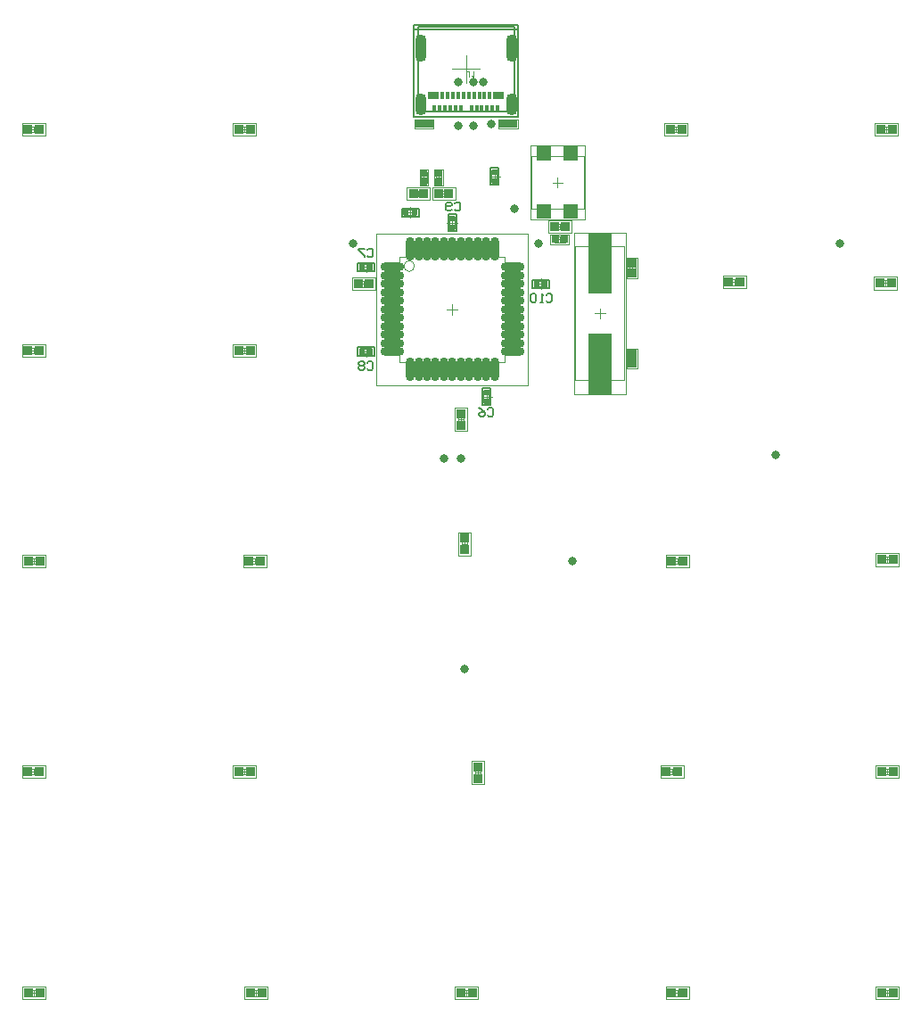
<source format=gbs>
G04*
G04 #@! TF.GenerationSoftware,Altium Limited,Altium Designer,20.1.14 (287)*
G04*
G04 Layer_Color=16711935*
%FSLAX25Y25*%
%MOIN*%
G70*
G04*
G04 #@! TF.SameCoordinates,6159EE71-3121-4CAE-BACB-EE203CEA38BF*
G04*
G04*
G04 #@! TF.FilePolarity,Negative*
G04*
G01*
G75*
%ADD10C,0.00394*%
%ADD11C,0.00197*%
%ADD12C,0.00787*%
%ADD13C,0.00600*%
G04:AMPARAMS|DCode=15|XSize=43.31mil|YSize=82.68mil|CornerRadius=21.65mil|HoleSize=0mil|Usage=FLASHONLY|Rotation=0.000|XOffset=0mil|YOffset=0mil|HoleType=Round|Shape=RoundedRectangle|*
%AMROUNDEDRECTD15*
21,1,0.04331,0.03937,0,0,0.0*
21,1,0.00000,0.08268,0,0,0.0*
1,1,0.04331,0.00000,-0.01968*
1,1,0.04331,0.00000,-0.01968*
1,1,0.04331,0.00000,0.01968*
1,1,0.04331,0.00000,0.01968*
%
%ADD15ROUNDEDRECTD15*%
G04:AMPARAMS|DCode=16|XSize=43.31mil|YSize=102.36mil|CornerRadius=21.65mil|HoleSize=0mil|Usage=FLASHONLY|Rotation=0.000|XOffset=0mil|YOffset=0mil|HoleType=Round|Shape=RoundedRectangle|*
%AMROUNDEDRECTD16*
21,1,0.04331,0.05906,0,0,0.0*
21,1,0.00000,0.10236,0,0,0.0*
1,1,0.04331,0.00000,-0.02953*
1,1,0.04331,0.00000,-0.02953*
1,1,0.04331,0.00000,0.02953*
1,1,0.04331,0.00000,0.02953*
%
%ADD16ROUNDEDRECTD16*%
%ADD17C,0.03200*%
%ADD23R,0.01181X0.02756*%
%ADD24R,0.03937X0.02756*%
%ADD26R,0.02047X0.02047*%
%ADD27R,0.02047X0.02047*%
%ADD38R,0.03359X0.03753*%
%ADD39R,0.03753X0.03359*%
%ADD40R,0.09068X0.22847*%
%ADD41R,0.03359X0.03162*%
%ADD42R,0.03320X0.03477*%
%ADD43R,0.02965X0.02965*%
%ADD44R,0.02572X0.02572*%
%ADD45R,0.03792X0.03635*%
%ADD46O,0.03162X0.08871*%
%ADD47O,0.08871X0.03162*%
%ADD48R,0.05800X0.05800*%
G36*
X205721Y381373D02*
X205520D01*
X205505Y381404D01*
X205485Y381434D01*
X205444Y381495D01*
X205398Y381552D01*
X205352Y381605D01*
X205330Y381626D01*
X205311Y381648D01*
X205293Y381665D01*
X205278Y381681D01*
X205263Y381694D01*
X205254Y381703D01*
X205248Y381709D01*
X205245Y381711D01*
X205171Y381772D01*
X205093Y381829D01*
X205016Y381879D01*
X204982Y381903D01*
X204947Y381923D01*
X204914Y381942D01*
X204886Y381958D01*
X204860Y381973D01*
X204838Y381984D01*
X204820Y381993D01*
X204805Y381999D01*
X204796Y382003D01*
X204794Y382006D01*
Y382304D01*
X204849Y382282D01*
X204905Y382256D01*
X204960Y382230D01*
X205010Y382204D01*
X205032Y382193D01*
X205054Y382180D01*
X205071Y382171D01*
X205086Y382162D01*
X205099Y382156D01*
X205108Y382150D01*
X205115Y382147D01*
X205117Y382145D01*
X205182Y382106D01*
X205239Y382067D01*
X205289Y382030D01*
X205333Y381999D01*
X205350Y381984D01*
X205365Y381971D01*
X205378Y381960D01*
X205392Y381949D01*
X205400Y381942D01*
X205407Y381936D01*
X205409Y381934D01*
X205411Y381931D01*
Y383896D01*
X205721D01*
Y381373D01*
D02*
G37*
G36*
X203512Y383933D02*
X203586Y383924D01*
X203621Y383915D01*
X203652Y383909D01*
X203682Y383900D01*
X203709Y383891D01*
X203735Y383885D01*
X203756Y383876D01*
X203774Y383867D01*
X203791Y383861D01*
X203802Y383856D01*
X203813Y383852D01*
X203818Y383848D01*
X203820D01*
X203879Y383811D01*
X203926Y383767D01*
X203970Y383723D01*
X204003Y383682D01*
X204029Y383643D01*
X204040Y383628D01*
X204046Y383612D01*
X204053Y383601D01*
X204057Y383590D01*
X204062Y383586D01*
Y383584D01*
X204075Y383549D01*
X204088Y383512D01*
X204107Y383434D01*
X204120Y383353D01*
X204131Y383274D01*
X204134Y383237D01*
X204136Y383205D01*
X204138Y383174D01*
Y383148D01*
X204140Y383126D01*
Y383109D01*
Y383100D01*
Y383096D01*
Y381382D01*
X203807D01*
Y383113D01*
Y383152D01*
X203804Y383189D01*
Y383222D01*
X203802Y383253D01*
X203798Y383281D01*
X203796Y383307D01*
X203794Y383331D01*
X203789Y383353D01*
X203787Y383370D01*
X203783Y383385D01*
X203781Y383399D01*
X203778Y383410D01*
X203776Y383418D01*
X203774Y383425D01*
X203772Y383427D01*
Y383429D01*
X203756Y383464D01*
X203737Y383494D01*
X203717Y383521D01*
X203695Y383542D01*
X203676Y383560D01*
X203661Y383573D01*
X203650Y383582D01*
X203645Y383584D01*
X203610Y383604D01*
X203573Y383617D01*
X203538Y383628D01*
X203504Y383634D01*
X203475Y383638D01*
X203451Y383641D01*
X203430D01*
X203399Y383638D01*
X203368Y383636D01*
X203316Y383623D01*
X203270Y383608D01*
X203233Y383588D01*
X203203Y383569D01*
X203181Y383551D01*
X203174Y383545D01*
X203168Y383540D01*
X203166Y383538D01*
X203164Y383536D01*
X203146Y383514D01*
X203131Y383488D01*
X203118Y383460D01*
X203107Y383429D01*
X203087Y383364D01*
X203074Y383298D01*
X203070Y383268D01*
X203065Y383237D01*
X203063Y383211D01*
X203061Y383187D01*
X203059Y383168D01*
X203057Y383154D01*
Y383143D01*
Y383141D01*
X202756Y383183D01*
Y383250D01*
X202760Y383314D01*
X202769Y383375D01*
X202778Y383429D01*
X202791Y383479D01*
X202806Y383527D01*
X202821Y383569D01*
X202836Y383606D01*
X202852Y383638D01*
X202869Y383667D01*
X202882Y383693D01*
X202895Y383713D01*
X202908Y383728D01*
X202917Y383739D01*
X202922Y383745D01*
X202924Y383747D01*
X202959Y383780D01*
X202996Y383811D01*
X203037Y383835D01*
X203079Y383856D01*
X203120Y383876D01*
X203161Y383891D01*
X203203Y383902D01*
X203244Y383913D01*
X203281Y383922D01*
X203318Y383926D01*
X203349Y383930D01*
X203377Y383935D01*
X203399D01*
X203416Y383937D01*
X203432D01*
X203512Y383933D01*
D02*
G37*
D10*
X183465Y311024D02*
G03*
X183465Y311024I-1969J0D01*
G01*
X300959Y306114D02*
X305093D01*
X300959Y303948D02*
X305093D01*
Y306114D01*
X300959Y303948D02*
Y306114D01*
X203306Y205177D02*
Y209311D01*
X201140Y205177D02*
Y209311D01*
Y205177D02*
X203306D01*
X201140Y209311D02*
X203306D01*
X199709Y255790D02*
X201875D01*
X199709Y251656D02*
X201875D01*
X199709D02*
Y255790D01*
X201875Y251656D02*
Y255790D01*
X243504Y318307D02*
X262008D01*
X243504Y268307D02*
X262008D01*
Y318307D01*
X243504Y268307D02*
Y318307D01*
X277658Y120965D02*
X281791D01*
X277658Y123130D02*
X281791D01*
X277658Y120965D02*
Y123130D01*
X281791Y120965D02*
Y123130D01*
X279626Y38287D02*
X283760D01*
X279626Y40453D02*
X283760D01*
X279626Y38287D02*
Y40453D01*
X283760Y38287D02*
Y40453D01*
X200886Y38287D02*
X205020D01*
X200886Y40453D02*
X205020D01*
X200886Y38287D02*
Y40453D01*
X205020Y38287D02*
Y40453D01*
X279232Y361122D02*
X283366D01*
X279232Y363287D02*
X283366D01*
X279232Y361122D02*
Y363287D01*
X283366Y361122D02*
Y363287D01*
X39272Y38287D02*
X43406D01*
X39272Y40453D02*
X43406D01*
X39272Y38287D02*
Y40453D01*
X43406Y38287D02*
Y40453D01*
X39075Y120965D02*
X43209D01*
X39075Y123130D02*
X43209D01*
X39075Y120965D02*
Y123130D01*
X43209Y120965D02*
Y123130D01*
X121752Y199705D02*
X125886D01*
X121752Y201870D02*
X125886D01*
X121752Y199705D02*
Y201870D01*
X125886Y199705D02*
Y201870D01*
X39075Y278445D02*
X43209D01*
X39075Y280610D02*
X43209D01*
X39075Y278445D02*
Y280610D01*
X43209Y278445D02*
Y280610D01*
X117815Y361122D02*
X121949D01*
X117815Y363287D02*
X121949D01*
X117815Y361122D02*
Y363287D01*
X121949Y361122D02*
Y363287D01*
X216339Y362992D02*
Y365354D01*
X220669Y362992D02*
Y365354D01*
X216339Y362992D02*
X220669D01*
X216339Y365354D02*
X220669D01*
X263779Y278543D02*
X266142D01*
X263779Y274213D02*
X266142D01*
X263779D02*
Y278543D01*
X266142Y274213D02*
Y278543D01*
X235728Y319941D02*
X239862D01*
X235728Y322106D02*
X239862D01*
X235728Y319941D02*
Y322106D01*
X239862Y319941D02*
Y322106D01*
X185886Y341988D02*
X188051D01*
X185886Y346122D02*
X188051D01*
Y341988D02*
Y346122D01*
X185886Y341988D02*
Y346122D01*
X235728Y326831D02*
X239862D01*
X235728Y324665D02*
X239862D01*
Y326831D01*
X235728Y324665D02*
Y326831D01*
X182933Y337067D02*
X187067D01*
X182933Y339232D02*
X187067D01*
X182933Y337067D02*
Y339232D01*
X187067Y337067D02*
Y339232D01*
X177953Y314567D02*
X217323D01*
X177953Y275197D02*
X217323D01*
X177953D02*
Y314567D01*
X217323Y275197D02*
Y314567D01*
X227165Y332441D02*
X246850D01*
X227165Y352126D02*
X246850D01*
Y332441D02*
Y352126D01*
X227165Y332441D02*
Y352126D01*
X358169Y123130D02*
X362303D01*
X358169Y120965D02*
X362303D01*
Y123130D01*
X358169Y120965D02*
Y123130D01*
Y40453D02*
X362303D01*
X358169Y38287D02*
X362303D01*
Y40453D01*
X358169Y38287D02*
Y40453D01*
X357893Y363115D02*
X362027D01*
X357893Y360949D02*
X362027D01*
Y363115D01*
X357893Y360949D02*
Y363115D01*
X357601Y305737D02*
X361735D01*
X357601Y303571D02*
X361735D01*
Y305737D01*
X357601Y303571D02*
Y305737D01*
X208307Y119622D02*
Y123756D01*
X206142Y119622D02*
Y123756D01*
Y119622D02*
X208307D01*
X206142Y123756D02*
X208307D01*
X122146Y38287D02*
X126279D01*
X122146Y40453D02*
X126279D01*
X122146Y38287D02*
Y40453D01*
X126279Y38287D02*
Y40453D01*
X117815Y120965D02*
X121949D01*
X117815Y123130D02*
X121949D01*
X117815Y120965D02*
Y123130D01*
X121949Y120965D02*
Y123130D01*
X39272Y199705D02*
X43406D01*
X39272Y201870D02*
X43406D01*
X39272Y199705D02*
Y201870D01*
X43406Y199705D02*
Y201870D01*
X117815Y278445D02*
X121949D01*
X117815Y280610D02*
X121949D01*
X117815Y278445D02*
Y280610D01*
X121949Y278445D02*
Y280610D01*
X39075Y361122D02*
X43209D01*
X39075Y363287D02*
X43209D01*
X39075Y361122D02*
Y363287D01*
X43209Y361122D02*
Y363287D01*
X279626Y199705D02*
X283760D01*
X279626Y201870D02*
X283760D01*
X279626Y199705D02*
Y201870D01*
X283760Y199705D02*
Y201870D01*
X189173Y362992D02*
Y365354D01*
X184843Y362992D02*
Y365354D01*
X189173D01*
X184843Y362992D02*
X189173D01*
X162500Y303248D02*
Y305413D01*
X166634Y303248D02*
Y305413D01*
X162500Y303248D02*
X166634D01*
X162500Y305413D02*
X166634D01*
X191398Y341988D02*
Y346122D01*
X193563Y341988D02*
Y346122D01*
X191398D02*
X193563D01*
X191398Y341988D02*
X193563D01*
X263779Y308071D02*
X266142D01*
X263779Y312402D02*
X266142D01*
Y308071D02*
Y312402D01*
X263779Y308071D02*
Y312402D01*
X358210Y200215D02*
Y202381D01*
X362343Y200215D02*
Y202381D01*
X358210Y200215D02*
X362343D01*
X358210Y202381D02*
X362343D01*
X192382Y337067D02*
X196516D01*
X192382Y339232D02*
X196516D01*
X192382Y337067D02*
Y339232D01*
X196516Y337067D02*
Y339232D01*
X252756Y291339D02*
Y295276D01*
X250787Y293307D02*
X254724D01*
X217323Y364173D02*
X219685D01*
X218504Y362992D02*
Y365354D01*
X264961Y275197D02*
Y277559D01*
X263779Y276378D02*
X266142D01*
X237795Y319941D02*
Y322106D01*
X236713Y321024D02*
X238878D01*
X186969Y342972D02*
Y345138D01*
X185886Y344055D02*
X188051D01*
X237795Y324665D02*
Y326831D01*
X236713Y325748D02*
X238878D01*
X185000Y337067D02*
Y339232D01*
X183917Y338150D02*
X186083D01*
X197638Y292913D02*
Y296850D01*
X195669Y294882D02*
X199606D01*
X235039Y342284D02*
X238976D01*
X237008Y340315D02*
Y344252D01*
X185827Y364173D02*
X188189D01*
X187008Y362992D02*
Y365354D01*
X163484Y304331D02*
X165650D01*
X164567Y303248D02*
Y305413D01*
X191398Y344055D02*
X193563D01*
X192480Y342972D02*
Y345138D01*
X264961Y309055D02*
Y311417D01*
X263779Y310236D02*
X266142D01*
X194449Y337067D02*
Y339232D01*
X193366Y338150D02*
X195531D01*
X197642Y384646D02*
X207870D01*
X202756Y379532D02*
Y389760D01*
X211446Y344529D02*
X215384D01*
X213415Y342561D02*
Y346498D01*
X181876Y329050D02*
Y332987D01*
X179907Y331019D02*
X183844D01*
X197638Y325197D02*
Y329134D01*
X195669Y327165D02*
X199606D01*
X163386Y310630D02*
X167323D01*
X165354Y308661D02*
Y312598D01*
X228740Y304331D02*
X232677D01*
X230709Y302362D02*
Y306299D01*
X163386Y279134D02*
X167323D01*
X165354Y277165D02*
Y281102D01*
X210386Y260189D02*
Y264126D01*
X208418Y262158D02*
X212354D01*
D11*
X303026Y303948D02*
Y306114D01*
X301943Y305031D02*
X304108D01*
X298695Y307393D02*
X307356D01*
X298695Y302669D02*
X307356D01*
Y307393D01*
X298695Y302669D02*
Y307393D01*
X201140Y207244D02*
X203306D01*
X202223Y206161D02*
Y208326D01*
X204585Y202913D02*
Y211574D01*
X199861Y202913D02*
Y211574D01*
Y202913D02*
X204585D01*
X199861Y211574D02*
X204585D01*
X198430Y258054D02*
X203154D01*
X198430Y249392D02*
X203154D01*
X198430D02*
Y258054D01*
X203154Y249392D02*
Y258054D01*
X200792Y252640D02*
Y254806D01*
X199709Y253723D02*
X201875D01*
X243110Y263189D02*
Y323425D01*
X262402Y263189D02*
Y323425D01*
X243110Y263189D02*
X262402D01*
X243110Y323425D02*
X262402D01*
X279724Y120965D02*
Y123130D01*
X278642Y122047D02*
X280807D01*
X275394Y119685D02*
X284055D01*
X275394Y124409D02*
X284055D01*
X275394Y119685D02*
Y124409D01*
X284055Y119685D02*
Y124409D01*
X281693Y38287D02*
Y40453D01*
X280610Y39370D02*
X282776D01*
X277362Y37008D02*
X286024D01*
X277362Y41732D02*
X286024D01*
X277362Y37008D02*
Y41732D01*
X286024Y37008D02*
Y41732D01*
X202953Y38287D02*
Y40453D01*
X201870Y39370D02*
X204035D01*
X198622Y37008D02*
X207283D01*
X198622Y41732D02*
X207283D01*
X198622Y37008D02*
Y41732D01*
X207283Y37008D02*
Y41732D01*
X281299Y361122D02*
Y363287D01*
X280217Y362205D02*
X282382D01*
X276969Y359842D02*
X285630D01*
X276969Y364567D02*
X285630D01*
X276969Y359842D02*
Y364567D01*
X285630Y359842D02*
Y364567D01*
X41339Y38287D02*
Y40453D01*
X40256Y39370D02*
X42421D01*
X37008Y37008D02*
X45669D01*
X37008Y41732D02*
X45669D01*
X37008Y37008D02*
Y41732D01*
X45669Y37008D02*
Y41732D01*
X41142Y120965D02*
Y123130D01*
X40059Y122047D02*
X42224D01*
X36811Y119685D02*
X45472D01*
X36811Y124409D02*
X45472D01*
X36811Y119685D02*
Y124409D01*
X45472Y119685D02*
Y124409D01*
X123819Y199705D02*
Y201870D01*
X122736Y200787D02*
X124902D01*
X119488Y198425D02*
X128150D01*
X119488Y203150D02*
X128150D01*
X119488Y198425D02*
Y203150D01*
X128150Y198425D02*
Y203150D01*
X41142Y278445D02*
Y280610D01*
X40059Y279528D02*
X42224D01*
X36811Y277165D02*
X45472D01*
X36811Y281890D02*
X45472D01*
X36811Y277165D02*
Y281890D01*
X45472Y277165D02*
Y281890D01*
X119882Y361122D02*
Y363287D01*
X118799Y362205D02*
X120965D01*
X115551Y359842D02*
X124213D01*
X115551Y364567D02*
X124213D01*
X115551Y359842D02*
Y364567D01*
X124213Y359842D02*
Y364567D01*
X214961Y362402D02*
Y365945D01*
X222047Y362402D02*
Y365945D01*
X214961Y362402D02*
X222047D01*
X214961Y365945D02*
X222047D01*
X262992Y280118D02*
X266929D01*
X262992Y272638D02*
X266929D01*
X262992D02*
Y280118D01*
X266929Y272638D02*
Y280118D01*
X234252Y319252D02*
X241339D01*
X234252Y322795D02*
X241339D01*
X234252Y319252D02*
Y322795D01*
X241339Y319252D02*
Y322795D01*
X185394Y341102D02*
X188543D01*
X185394Y347008D02*
X188543D01*
Y341102D02*
Y347008D01*
X185394Y341102D02*
Y347008D01*
X233465Y328110D02*
X242126D01*
X233465Y323386D02*
X242126D01*
Y328110D01*
X233465Y323386D02*
Y328110D01*
X180669Y335787D02*
X189331D01*
X180669Y340512D02*
X189331D01*
X180669Y335787D02*
Y340512D01*
X189331Y335787D02*
Y340512D01*
X169291Y323228D02*
X225984D01*
X169291Y266535D02*
X225984D01*
X169291D02*
Y323228D01*
X225984Y266535D02*
Y323228D01*
X226772Y328563D02*
X247244D01*
X226772D02*
Y356004D01*
X247244Y328563D02*
Y356004D01*
X226772D02*
X247244D01*
X360236Y120965D02*
Y123130D01*
X359154Y122047D02*
X361319D01*
X355906Y124409D02*
X364567D01*
X355906Y119685D02*
X364567D01*
Y124409D01*
X355906Y119685D02*
Y124409D01*
X360236Y38287D02*
Y40453D01*
X359154Y39370D02*
X361319D01*
X355906Y41732D02*
X364567D01*
X355906Y37008D02*
X364567D01*
Y41732D01*
X355906Y37008D02*
Y41732D01*
X359960Y360949D02*
Y363115D01*
X358877Y362032D02*
X361043D01*
X355629Y364394D02*
X364291D01*
X355629Y359670D02*
X364291D01*
Y364394D01*
X355629Y359670D02*
Y364394D01*
X359668Y303571D02*
Y305737D01*
X358585Y304654D02*
X360751D01*
X355337Y307016D02*
X363999D01*
X355337Y302292D02*
X363999D01*
Y307016D01*
X355337Y302292D02*
Y307016D01*
X206142Y121689D02*
X208307D01*
X207224Y120606D02*
Y122772D01*
X209587Y117358D02*
Y126020D01*
X204862Y117358D02*
Y126020D01*
Y117358D02*
X209587D01*
X204862Y126020D02*
X209587D01*
X124213Y38287D02*
Y40453D01*
X123130Y39370D02*
X125295D01*
X119882Y37008D02*
X128543D01*
X119882Y41732D02*
X128543D01*
X119882Y37008D02*
Y41732D01*
X128543Y37008D02*
Y41732D01*
X119882Y120965D02*
Y123130D01*
X118799Y122047D02*
X120965D01*
X115551Y119685D02*
X124213D01*
X115551Y124409D02*
X124213D01*
X115551Y119685D02*
Y124409D01*
X124213Y119685D02*
Y124409D01*
X41339Y199705D02*
Y201870D01*
X40256Y200787D02*
X42421D01*
X37008Y198425D02*
X45669D01*
X37008Y203150D02*
X45669D01*
X37008Y198425D02*
Y203150D01*
X45669Y198425D02*
Y203150D01*
X119882Y278445D02*
Y280610D01*
X118799Y279528D02*
X120965D01*
X115551Y277165D02*
X124213D01*
X115551Y281890D02*
X124213D01*
X115551Y277165D02*
Y281890D01*
X124213Y277165D02*
Y281890D01*
X41142Y361122D02*
Y363287D01*
X40059Y362205D02*
X42224D01*
X36811Y359842D02*
X45472D01*
X36811Y364567D02*
X45472D01*
X36811Y359842D02*
Y364567D01*
X45472Y359842D02*
Y364567D01*
X281693Y199705D02*
Y201870D01*
X280610Y200787D02*
X282776D01*
X277362Y198425D02*
X286024D01*
X277362Y203150D02*
X286024D01*
X277362Y198425D02*
Y203150D01*
X286024Y198425D02*
Y203150D01*
X190551Y362402D02*
Y365945D01*
X183465Y362402D02*
Y365945D01*
X190551D01*
X183465Y362402D02*
X190551D01*
X160236Y301969D02*
Y306693D01*
X168898Y301969D02*
Y306693D01*
X160236Y301969D02*
X168898D01*
X160236Y306693D02*
X168898D01*
X190905Y341102D02*
Y347008D01*
X194055Y341102D02*
Y347008D01*
X190905D02*
X194055D01*
X190905Y341102D02*
X194055D01*
X262992Y306496D02*
X266929D01*
X262992Y313976D02*
X266929D01*
Y306496D02*
Y313976D01*
X262992Y306496D02*
Y313976D01*
X355946Y198936D02*
Y203660D01*
X364607Y198936D02*
Y203660D01*
X355946Y198936D02*
X364607D01*
X355946Y203660D02*
X364607D01*
X359194Y201298D02*
X361359D01*
X360277Y200215D02*
Y202381D01*
X190118Y335787D02*
X198779D01*
X190118Y340512D02*
X198779D01*
X190118Y335787D02*
Y340512D01*
X198779Y335787D02*
Y340512D01*
D12*
X183189Y366890D02*
X222323D01*
Y400984D01*
X183189D02*
X222323D01*
X183189Y366890D02*
Y400984D01*
X211840Y341380D02*
X214990D01*
X211840D02*
Y347679D01*
X214990D01*
Y341380D02*
Y347679D01*
X185025Y329444D02*
Y332594D01*
X178726Y329444D02*
X185025D01*
X178726D02*
Y332594D01*
X185025D01*
X199213Y324016D02*
Y330315D01*
X196063D02*
X199213D01*
X196063Y324016D02*
Y330315D01*
Y324016D02*
X199213D01*
X162205Y312205D02*
X168504D01*
X162205Y309055D02*
Y312205D01*
Y309055D02*
X168504D01*
Y312205D01*
X227559Y302756D02*
X233858D01*
Y305906D01*
X227559D02*
X233858D01*
X227559Y302756D02*
Y305906D01*
X162205Y280709D02*
X168504D01*
X162205Y277559D02*
Y280709D01*
Y277559D02*
X168504D01*
Y280709D01*
X208811Y259008D02*
Y265307D01*
Y259008D02*
X211961D01*
Y265307D01*
X208811D02*
X211961D01*
X183189Y366890D02*
X222323D01*
Y400984D01*
X183189D02*
X222323D01*
X183189Y366890D02*
Y400984D01*
X211840Y341380D02*
X214990D01*
X211840D02*
Y347679D01*
X214990D01*
Y341380D02*
Y347679D01*
X185025Y329444D02*
Y332594D01*
X178726Y329444D02*
X185025D01*
X178726D02*
Y332594D01*
X185025D01*
X199213Y324016D02*
Y330315D01*
X196063D02*
X199213D01*
X196063Y324016D02*
Y330315D01*
Y324016D02*
X199213D01*
X162205Y312205D02*
X168504D01*
X162205Y309055D02*
Y312205D01*
Y309055D02*
X168504D01*
Y312205D01*
X227559Y302756D02*
X233858D01*
Y305906D01*
X227559D02*
X233858D01*
X227559Y302756D02*
Y305906D01*
X162205Y280709D02*
X168504D01*
X162205Y277559D02*
Y280709D01*
Y277559D02*
X168504D01*
Y280709D01*
X208811Y259008D02*
Y265307D01*
Y259008D02*
X211961D01*
Y265307D01*
X208811D02*
X211961D01*
X184764Y368701D02*
X220748D01*
Y400591D01*
X184764D02*
X220748D01*
X184764Y368701D02*
Y400591D01*
X183189Y399488D02*
X222323D01*
X212332Y342462D02*
X214498D01*
X212332D02*
Y346596D01*
X214498D01*
Y342462D02*
Y346596D01*
X183943Y329936D02*
Y332102D01*
X179809Y329936D02*
X183943D01*
X179809D02*
Y332102D01*
X183943D01*
X198721Y325098D02*
Y329232D01*
X196555D02*
X198721D01*
X196555Y325098D02*
Y329232D01*
Y325098D02*
X198721D01*
X163287Y311713D02*
X167421D01*
X163287Y309547D02*
Y311713D01*
Y309547D02*
X167421D01*
Y311713D01*
X228642Y303248D02*
X232776D01*
Y305413D01*
X228642D02*
X232776D01*
X228642Y303248D02*
Y305413D01*
X163287Y280217D02*
X167421D01*
X163287Y278051D02*
Y280217D01*
Y278051D02*
X167421D01*
Y280217D01*
X209303Y260091D02*
Y264225D01*
Y260091D02*
X211469D01*
Y264225D01*
X209303D02*
X211469D01*
D13*
X198449Y334368D02*
X198982Y334901D01*
X200048D01*
X200581Y334368D01*
Y332236D01*
X200048Y331702D01*
X198982D01*
X198449Y332236D01*
X197382D02*
X196849Y331702D01*
X195783D01*
X195249Y332236D01*
Y334368D01*
X195783Y334901D01*
X196849D01*
X197382Y334368D01*
Y333835D01*
X196849Y333302D01*
X195249D01*
X165771Y317045D02*
X166304Y317579D01*
X167371D01*
X167904Y317045D01*
Y314913D01*
X167371Y314380D01*
X166304D01*
X165771Y314913D01*
X164705Y317579D02*
X162572D01*
Y317045D01*
X164705Y314913D01*
Y314380D01*
X232700Y300116D02*
X233234Y300649D01*
X234300D01*
X234833Y300116D01*
Y297984D01*
X234300Y297450D01*
X233234D01*
X232700Y297984D01*
X231634Y297450D02*
X230568D01*
X231101D01*
Y300649D01*
X231634Y300116D01*
X228968D02*
X228435Y300649D01*
X227369D01*
X226836Y300116D01*
Y297984D01*
X227369Y297450D01*
X228435D01*
X228968Y297984D01*
Y300116D01*
X165771Y274919D02*
X166304Y275452D01*
X167371D01*
X167904Y274919D01*
Y272787D01*
X167371Y272253D01*
X166304D01*
X165771Y272787D01*
X164705Y274919D02*
X164172Y275452D01*
X163105D01*
X162572Y274919D01*
Y274386D01*
X163105Y273853D01*
X162572Y273320D01*
Y272787D01*
X163105Y272253D01*
X164172D01*
X164705Y272787D01*
Y273320D01*
X164172Y273853D01*
X164705Y274386D01*
Y274919D01*
X164172Y273853D02*
X163105D01*
X210803Y257550D02*
X211336Y258083D01*
X212403D01*
X212936Y257550D01*
Y255417D01*
X212403Y254884D01*
X211336D01*
X210803Y255417D01*
X207604Y258083D02*
X208670Y257550D01*
X209737Y256483D01*
Y255417D01*
X209204Y254884D01*
X208137D01*
X207604Y255417D01*
Y255950D01*
X208137Y256483D01*
X209737D01*
D15*
X185748Y371417D02*
D03*
X219764D02*
D03*
D16*
X185748Y392520D02*
D03*
X219764D02*
D03*
D17*
X194438Y239138D02*
D03*
X242406Y200675D02*
D03*
X220721Y332591D02*
D03*
X160585Y319434D02*
D03*
X200914Y239229D02*
D03*
X318550Y240525D02*
D03*
X229799Y319498D02*
D03*
X342516Y319618D02*
D03*
X202250Y160568D02*
D03*
X200000Y363386D02*
D03*
X205512D02*
D03*
X200000Y379921D02*
D03*
X205512D02*
D03*
X209055D02*
D03*
X212205Y364173D02*
D03*
D23*
X190945Y369803D02*
D03*
X192913D02*
D03*
X194882D02*
D03*
X196850D02*
D03*
X198819D02*
D03*
X200787D02*
D03*
X204724D02*
D03*
X206693D02*
D03*
X208661D02*
D03*
X210630D02*
D03*
X212598D02*
D03*
X214567D02*
D03*
X211614Y374921D02*
D03*
X209646D02*
D03*
X207677D02*
D03*
X205709D02*
D03*
X203740D02*
D03*
X201772D02*
D03*
X199803D02*
D03*
X197835D02*
D03*
X195866D02*
D03*
X193898D02*
D03*
D24*
X190551D02*
D03*
X214961D02*
D03*
D26*
X213415Y346104D02*
D03*
Y342955D02*
D03*
X197638Y325591D02*
D03*
Y328740D02*
D03*
X210386Y263733D02*
D03*
Y260583D02*
D03*
D27*
X180301Y331019D02*
D03*
X183450D02*
D03*
X166929Y310630D02*
D03*
X163779D02*
D03*
X229134Y304331D02*
D03*
X232283D02*
D03*
X166929Y279134D02*
D03*
X163779D02*
D03*
D38*
X305191Y305031D02*
D03*
X300860D02*
D03*
X277559Y122047D02*
D03*
X281890D02*
D03*
X279528Y39370D02*
D03*
X283858D02*
D03*
X200787D02*
D03*
X205118D02*
D03*
X279134Y362205D02*
D03*
X283465D02*
D03*
X39173Y39370D02*
D03*
X43504D02*
D03*
X38976Y122047D02*
D03*
X43307D02*
D03*
X121653Y200787D02*
D03*
X125984D02*
D03*
X38976Y279528D02*
D03*
X43307D02*
D03*
X117717Y362205D02*
D03*
X122047D02*
D03*
X362402Y122047D02*
D03*
X358071D02*
D03*
X362402Y39370D02*
D03*
X358071D02*
D03*
X362125Y362032D02*
D03*
X357795D02*
D03*
X361833Y304654D02*
D03*
X357503D02*
D03*
X122047Y39370D02*
D03*
X126378D02*
D03*
X117717Y122047D02*
D03*
X122047D02*
D03*
X39173Y200787D02*
D03*
X43504D02*
D03*
X117717Y279528D02*
D03*
X122047D02*
D03*
X38976Y362205D02*
D03*
X43307D02*
D03*
X279528Y200787D02*
D03*
X283858D02*
D03*
X358111Y201298D02*
D03*
X362442D02*
D03*
D39*
X202223Y205078D02*
D03*
Y209409D02*
D03*
X200792Y255888D02*
D03*
Y251558D02*
D03*
X207224Y119524D02*
D03*
Y123854D02*
D03*
D40*
X252756Y312008D02*
D03*
Y274606D02*
D03*
D41*
X216831Y364173D02*
D03*
X220177D02*
D03*
X188681D02*
D03*
X185335D02*
D03*
D42*
X264961Y278110D02*
D03*
Y274646D02*
D03*
Y308504D02*
D03*
Y311968D02*
D03*
D43*
X236024Y321024D02*
D03*
X239567D02*
D03*
D44*
X186969Y342480D02*
D03*
Y345630D02*
D03*
X192480D02*
D03*
Y342480D02*
D03*
D45*
X239724Y325748D02*
D03*
X235866D02*
D03*
X183110Y338150D02*
D03*
X186890D02*
D03*
X162638Y304331D02*
D03*
X166496D02*
D03*
X192559Y338150D02*
D03*
X196339D02*
D03*
D46*
X181890Y317323D02*
D03*
X185039D02*
D03*
X188189D02*
D03*
X191339D02*
D03*
X194488D02*
D03*
X197638D02*
D03*
X200787D02*
D03*
X203937D02*
D03*
X207087D02*
D03*
X210236D02*
D03*
X213386D02*
D03*
Y272441D02*
D03*
X210236D02*
D03*
X207087D02*
D03*
X203937D02*
D03*
X200787D02*
D03*
X197638D02*
D03*
X194488D02*
D03*
X191339D02*
D03*
X188189D02*
D03*
X185039D02*
D03*
X181890D02*
D03*
D47*
X220079Y310630D02*
D03*
Y307480D02*
D03*
Y304331D02*
D03*
Y301181D02*
D03*
Y298031D02*
D03*
Y294882D02*
D03*
Y291732D02*
D03*
Y288583D02*
D03*
Y285433D02*
D03*
Y282283D02*
D03*
Y279134D02*
D03*
X175197D02*
D03*
Y282283D02*
D03*
Y285433D02*
D03*
Y288583D02*
D03*
Y291732D02*
D03*
Y294882D02*
D03*
Y298031D02*
D03*
Y301181D02*
D03*
Y304331D02*
D03*
Y307480D02*
D03*
Y310630D02*
D03*
D48*
X232008Y331457D02*
D03*
X242008D02*
D03*
Y353110D02*
D03*
X232008D02*
D03*
M02*

</source>
